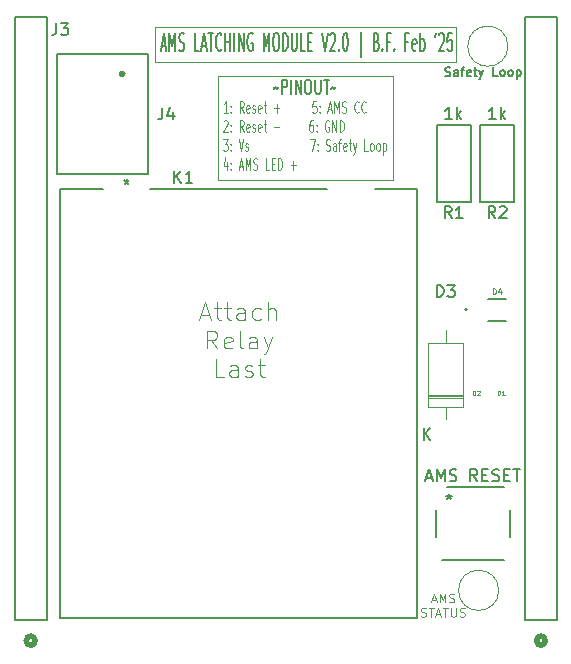
<source format=gbr>
%TF.GenerationSoftware,KiCad,Pcbnew,8.0.8*%
%TF.CreationDate,2025-02-03T20:55:48-05:00*%
%TF.ProjectId,AMS Latching Module V2.0,414d5320-4c61-4746-9368-696e67204d6f,rev?*%
%TF.SameCoordinates,Original*%
%TF.FileFunction,Legend,Top*%
%TF.FilePolarity,Positive*%
%FSLAX46Y46*%
G04 Gerber Fmt 4.6, Leading zero omitted, Abs format (unit mm)*
G04 Created by KiCad (PCBNEW 8.0.8) date 2025-02-03 20:55:48*
%MOMM*%
%LPD*%
G01*
G04 APERTURE LIST*
%ADD10C,0.100000*%
%ADD11C,0.187500*%
%ADD12C,0.150000*%
%ADD13C,0.098425*%
%ADD14C,0.125000*%
%ADD15C,0.170000*%
%ADD16C,0.120000*%
%ADD17C,0.152400*%
%ADD18C,0.508000*%
%ADD19C,0.200000*%
%ADD20C,0.400000*%
G04 APERTURE END LIST*
D10*
X61300000Y-50300000D02*
X86800000Y-50300000D01*
X86800000Y-53200000D01*
X61300000Y-53200000D01*
X61300000Y-50300000D01*
X66650000Y-54400000D02*
X81450000Y-54400000D01*
X81450000Y-63200000D01*
X66650000Y-63200000D01*
X66650000Y-54400000D01*
X84735714Y-98781270D02*
X85092857Y-98781270D01*
X84664285Y-98995556D02*
X84914285Y-98245556D01*
X84914285Y-98245556D02*
X85164285Y-98995556D01*
X85414285Y-98995556D02*
X85414285Y-98245556D01*
X85414285Y-98245556D02*
X85664285Y-98781270D01*
X85664285Y-98781270D02*
X85914285Y-98245556D01*
X85914285Y-98245556D02*
X85914285Y-98995556D01*
X86235714Y-98959842D02*
X86342857Y-98995556D01*
X86342857Y-98995556D02*
X86521428Y-98995556D01*
X86521428Y-98995556D02*
X86592857Y-98959842D01*
X86592857Y-98959842D02*
X86628571Y-98924127D01*
X86628571Y-98924127D02*
X86664285Y-98852699D01*
X86664285Y-98852699D02*
X86664285Y-98781270D01*
X86664285Y-98781270D02*
X86628571Y-98709842D01*
X86628571Y-98709842D02*
X86592857Y-98674127D01*
X86592857Y-98674127D02*
X86521428Y-98638413D01*
X86521428Y-98638413D02*
X86378571Y-98602699D01*
X86378571Y-98602699D02*
X86307142Y-98566984D01*
X86307142Y-98566984D02*
X86271428Y-98531270D01*
X86271428Y-98531270D02*
X86235714Y-98459842D01*
X86235714Y-98459842D02*
X86235714Y-98388413D01*
X86235714Y-98388413D02*
X86271428Y-98316984D01*
X86271428Y-98316984D02*
X86307142Y-98281270D01*
X86307142Y-98281270D02*
X86378571Y-98245556D01*
X86378571Y-98245556D02*
X86557142Y-98245556D01*
X86557142Y-98245556D02*
X86664285Y-98281270D01*
X83842857Y-100167300D02*
X83950000Y-100203014D01*
X83950000Y-100203014D02*
X84128571Y-100203014D01*
X84128571Y-100203014D02*
X84200000Y-100167300D01*
X84200000Y-100167300D02*
X84235714Y-100131585D01*
X84235714Y-100131585D02*
X84271428Y-100060157D01*
X84271428Y-100060157D02*
X84271428Y-99988728D01*
X84271428Y-99988728D02*
X84235714Y-99917300D01*
X84235714Y-99917300D02*
X84200000Y-99881585D01*
X84200000Y-99881585D02*
X84128571Y-99845871D01*
X84128571Y-99845871D02*
X83985714Y-99810157D01*
X83985714Y-99810157D02*
X83914285Y-99774442D01*
X83914285Y-99774442D02*
X83878571Y-99738728D01*
X83878571Y-99738728D02*
X83842857Y-99667300D01*
X83842857Y-99667300D02*
X83842857Y-99595871D01*
X83842857Y-99595871D02*
X83878571Y-99524442D01*
X83878571Y-99524442D02*
X83914285Y-99488728D01*
X83914285Y-99488728D02*
X83985714Y-99453014D01*
X83985714Y-99453014D02*
X84164285Y-99453014D01*
X84164285Y-99453014D02*
X84271428Y-99488728D01*
X84485714Y-99453014D02*
X84914286Y-99453014D01*
X84700000Y-100203014D02*
X84700000Y-99453014D01*
X85128572Y-99988728D02*
X85485715Y-99988728D01*
X85057143Y-100203014D02*
X85307143Y-99453014D01*
X85307143Y-99453014D02*
X85557143Y-100203014D01*
X85700000Y-99453014D02*
X86128572Y-99453014D01*
X85914286Y-100203014D02*
X85914286Y-99453014D01*
X86378572Y-99453014D02*
X86378572Y-100060157D01*
X86378572Y-100060157D02*
X86414286Y-100131585D01*
X86414286Y-100131585D02*
X86450001Y-100167300D01*
X86450001Y-100167300D02*
X86521429Y-100203014D01*
X86521429Y-100203014D02*
X86664286Y-100203014D01*
X86664286Y-100203014D02*
X86735715Y-100167300D01*
X86735715Y-100167300D02*
X86771429Y-100131585D01*
X86771429Y-100131585D02*
X86807143Y-100060157D01*
X86807143Y-100060157D02*
X86807143Y-99453014D01*
X87128572Y-100167300D02*
X87235715Y-100203014D01*
X87235715Y-100203014D02*
X87414286Y-100203014D01*
X87414286Y-100203014D02*
X87485715Y-100167300D01*
X87485715Y-100167300D02*
X87521429Y-100131585D01*
X87521429Y-100131585D02*
X87557143Y-100060157D01*
X87557143Y-100060157D02*
X87557143Y-99988728D01*
X87557143Y-99988728D02*
X87521429Y-99917300D01*
X87521429Y-99917300D02*
X87485715Y-99881585D01*
X87485715Y-99881585D02*
X87414286Y-99845871D01*
X87414286Y-99845871D02*
X87271429Y-99810157D01*
X87271429Y-99810157D02*
X87200000Y-99774442D01*
X87200000Y-99774442D02*
X87164286Y-99738728D01*
X87164286Y-99738728D02*
X87128572Y-99667300D01*
X87128572Y-99667300D02*
X87128572Y-99595871D01*
X87128572Y-99595871D02*
X87164286Y-99524442D01*
X87164286Y-99524442D02*
X87200000Y-99488728D01*
X87200000Y-99488728D02*
X87271429Y-99453014D01*
X87271429Y-99453014D02*
X87450000Y-99453014D01*
X87450000Y-99453014D02*
X87557143Y-99488728D01*
D11*
X61866212Y-51878107D02*
X62223355Y-51878107D01*
X61794783Y-52306678D02*
X62044783Y-50806678D01*
X62044783Y-50806678D02*
X62294783Y-52306678D01*
X62544783Y-52306678D02*
X62544783Y-50806678D01*
X62544783Y-50806678D02*
X62794783Y-51878107D01*
X62794783Y-51878107D02*
X63044783Y-50806678D01*
X63044783Y-50806678D02*
X63044783Y-52306678D01*
X63366212Y-52235250D02*
X63473355Y-52306678D01*
X63473355Y-52306678D02*
X63651926Y-52306678D01*
X63651926Y-52306678D02*
X63723355Y-52235250D01*
X63723355Y-52235250D02*
X63759069Y-52163821D01*
X63759069Y-52163821D02*
X63794783Y-52020964D01*
X63794783Y-52020964D02*
X63794783Y-51878107D01*
X63794783Y-51878107D02*
X63759069Y-51735250D01*
X63759069Y-51735250D02*
X63723355Y-51663821D01*
X63723355Y-51663821D02*
X63651926Y-51592392D01*
X63651926Y-51592392D02*
X63509069Y-51520964D01*
X63509069Y-51520964D02*
X63437640Y-51449535D01*
X63437640Y-51449535D02*
X63401926Y-51378107D01*
X63401926Y-51378107D02*
X63366212Y-51235250D01*
X63366212Y-51235250D02*
X63366212Y-51092392D01*
X63366212Y-51092392D02*
X63401926Y-50949535D01*
X63401926Y-50949535D02*
X63437640Y-50878107D01*
X63437640Y-50878107D02*
X63509069Y-50806678D01*
X63509069Y-50806678D02*
X63687640Y-50806678D01*
X63687640Y-50806678D02*
X63794783Y-50878107D01*
X65044784Y-52306678D02*
X64687641Y-52306678D01*
X64687641Y-52306678D02*
X64687641Y-50806678D01*
X65259070Y-51878107D02*
X65616213Y-51878107D01*
X65187641Y-52306678D02*
X65437641Y-50806678D01*
X65437641Y-50806678D02*
X65687641Y-52306678D01*
X65830498Y-50806678D02*
X66259070Y-50806678D01*
X66044784Y-52306678D02*
X66044784Y-50806678D01*
X66937641Y-52163821D02*
X66901927Y-52235250D01*
X66901927Y-52235250D02*
X66794784Y-52306678D01*
X66794784Y-52306678D02*
X66723356Y-52306678D01*
X66723356Y-52306678D02*
X66616213Y-52235250D01*
X66616213Y-52235250D02*
X66544784Y-52092392D01*
X66544784Y-52092392D02*
X66509070Y-51949535D01*
X66509070Y-51949535D02*
X66473356Y-51663821D01*
X66473356Y-51663821D02*
X66473356Y-51449535D01*
X66473356Y-51449535D02*
X66509070Y-51163821D01*
X66509070Y-51163821D02*
X66544784Y-51020964D01*
X66544784Y-51020964D02*
X66616213Y-50878107D01*
X66616213Y-50878107D02*
X66723356Y-50806678D01*
X66723356Y-50806678D02*
X66794784Y-50806678D01*
X66794784Y-50806678D02*
X66901927Y-50878107D01*
X66901927Y-50878107D02*
X66937641Y-50949535D01*
X67259070Y-52306678D02*
X67259070Y-50806678D01*
X67259070Y-51520964D02*
X67687641Y-51520964D01*
X67687641Y-52306678D02*
X67687641Y-50806678D01*
X68044784Y-52306678D02*
X68044784Y-50806678D01*
X68401927Y-52306678D02*
X68401927Y-50806678D01*
X68401927Y-50806678D02*
X68830498Y-52306678D01*
X68830498Y-52306678D02*
X68830498Y-50806678D01*
X69580498Y-50878107D02*
X69509070Y-50806678D01*
X69509070Y-50806678D02*
X69401927Y-50806678D01*
X69401927Y-50806678D02*
X69294784Y-50878107D01*
X69294784Y-50878107D02*
X69223355Y-51020964D01*
X69223355Y-51020964D02*
X69187641Y-51163821D01*
X69187641Y-51163821D02*
X69151927Y-51449535D01*
X69151927Y-51449535D02*
X69151927Y-51663821D01*
X69151927Y-51663821D02*
X69187641Y-51949535D01*
X69187641Y-51949535D02*
X69223355Y-52092392D01*
X69223355Y-52092392D02*
X69294784Y-52235250D01*
X69294784Y-52235250D02*
X69401927Y-52306678D01*
X69401927Y-52306678D02*
X69473355Y-52306678D01*
X69473355Y-52306678D02*
X69580498Y-52235250D01*
X69580498Y-52235250D02*
X69616212Y-52163821D01*
X69616212Y-52163821D02*
X69616212Y-51663821D01*
X69616212Y-51663821D02*
X69473355Y-51663821D01*
X70509070Y-52306678D02*
X70509070Y-50806678D01*
X70509070Y-50806678D02*
X70759070Y-51878107D01*
X70759070Y-51878107D02*
X71009070Y-50806678D01*
X71009070Y-50806678D02*
X71009070Y-52306678D01*
X71509070Y-50806678D02*
X71651927Y-50806678D01*
X71651927Y-50806678D02*
X71723356Y-50878107D01*
X71723356Y-50878107D02*
X71794784Y-51020964D01*
X71794784Y-51020964D02*
X71830499Y-51306678D01*
X71830499Y-51306678D02*
X71830499Y-51806678D01*
X71830499Y-51806678D02*
X71794784Y-52092392D01*
X71794784Y-52092392D02*
X71723356Y-52235250D01*
X71723356Y-52235250D02*
X71651927Y-52306678D01*
X71651927Y-52306678D02*
X71509070Y-52306678D01*
X71509070Y-52306678D02*
X71437642Y-52235250D01*
X71437642Y-52235250D02*
X71366213Y-52092392D01*
X71366213Y-52092392D02*
X71330499Y-51806678D01*
X71330499Y-51806678D02*
X71330499Y-51306678D01*
X71330499Y-51306678D02*
X71366213Y-51020964D01*
X71366213Y-51020964D02*
X71437642Y-50878107D01*
X71437642Y-50878107D02*
X71509070Y-50806678D01*
X72151927Y-52306678D02*
X72151927Y-50806678D01*
X72151927Y-50806678D02*
X72330498Y-50806678D01*
X72330498Y-50806678D02*
X72437641Y-50878107D01*
X72437641Y-50878107D02*
X72509070Y-51020964D01*
X72509070Y-51020964D02*
X72544784Y-51163821D01*
X72544784Y-51163821D02*
X72580498Y-51449535D01*
X72580498Y-51449535D02*
X72580498Y-51663821D01*
X72580498Y-51663821D02*
X72544784Y-51949535D01*
X72544784Y-51949535D02*
X72509070Y-52092392D01*
X72509070Y-52092392D02*
X72437641Y-52235250D01*
X72437641Y-52235250D02*
X72330498Y-52306678D01*
X72330498Y-52306678D02*
X72151927Y-52306678D01*
X72901927Y-50806678D02*
X72901927Y-52020964D01*
X72901927Y-52020964D02*
X72937641Y-52163821D01*
X72937641Y-52163821D02*
X72973356Y-52235250D01*
X72973356Y-52235250D02*
X73044784Y-52306678D01*
X73044784Y-52306678D02*
X73187641Y-52306678D01*
X73187641Y-52306678D02*
X73259070Y-52235250D01*
X73259070Y-52235250D02*
X73294784Y-52163821D01*
X73294784Y-52163821D02*
X73330498Y-52020964D01*
X73330498Y-52020964D02*
X73330498Y-50806678D01*
X74044784Y-52306678D02*
X73687641Y-52306678D01*
X73687641Y-52306678D02*
X73687641Y-50806678D01*
X74294784Y-51520964D02*
X74544784Y-51520964D01*
X74651927Y-52306678D02*
X74294784Y-52306678D01*
X74294784Y-52306678D02*
X74294784Y-50806678D01*
X74294784Y-50806678D02*
X74651927Y-50806678D01*
X75437641Y-50806678D02*
X75687641Y-52306678D01*
X75687641Y-52306678D02*
X75937641Y-50806678D01*
X76151927Y-50949535D02*
X76187641Y-50878107D01*
X76187641Y-50878107D02*
X76259070Y-50806678D01*
X76259070Y-50806678D02*
X76437641Y-50806678D01*
X76437641Y-50806678D02*
X76509070Y-50878107D01*
X76509070Y-50878107D02*
X76544784Y-50949535D01*
X76544784Y-50949535D02*
X76580498Y-51092392D01*
X76580498Y-51092392D02*
X76580498Y-51235250D01*
X76580498Y-51235250D02*
X76544784Y-51449535D01*
X76544784Y-51449535D02*
X76116212Y-52306678D01*
X76116212Y-52306678D02*
X76580498Y-52306678D01*
X76901927Y-52163821D02*
X76937641Y-52235250D01*
X76937641Y-52235250D02*
X76901927Y-52306678D01*
X76901927Y-52306678D02*
X76866213Y-52235250D01*
X76866213Y-52235250D02*
X76901927Y-52163821D01*
X76901927Y-52163821D02*
X76901927Y-52306678D01*
X77401927Y-50806678D02*
X77473356Y-50806678D01*
X77473356Y-50806678D02*
X77544784Y-50878107D01*
X77544784Y-50878107D02*
X77580499Y-50949535D01*
X77580499Y-50949535D02*
X77616213Y-51092392D01*
X77616213Y-51092392D02*
X77651927Y-51378107D01*
X77651927Y-51378107D02*
X77651927Y-51735250D01*
X77651927Y-51735250D02*
X77616213Y-52020964D01*
X77616213Y-52020964D02*
X77580499Y-52163821D01*
X77580499Y-52163821D02*
X77544784Y-52235250D01*
X77544784Y-52235250D02*
X77473356Y-52306678D01*
X77473356Y-52306678D02*
X77401927Y-52306678D01*
X77401927Y-52306678D02*
X77330499Y-52235250D01*
X77330499Y-52235250D02*
X77294784Y-52163821D01*
X77294784Y-52163821D02*
X77259070Y-52020964D01*
X77259070Y-52020964D02*
X77223356Y-51735250D01*
X77223356Y-51735250D02*
X77223356Y-51378107D01*
X77223356Y-51378107D02*
X77259070Y-51092392D01*
X77259070Y-51092392D02*
X77294784Y-50949535D01*
X77294784Y-50949535D02*
X77330499Y-50878107D01*
X77330499Y-50878107D02*
X77401927Y-50806678D01*
X78723356Y-52806678D02*
X78723356Y-50663821D01*
X80080500Y-51520964D02*
X80187643Y-51592392D01*
X80187643Y-51592392D02*
X80223357Y-51663821D01*
X80223357Y-51663821D02*
X80259071Y-51806678D01*
X80259071Y-51806678D02*
X80259071Y-52020964D01*
X80259071Y-52020964D02*
X80223357Y-52163821D01*
X80223357Y-52163821D02*
X80187643Y-52235250D01*
X80187643Y-52235250D02*
X80116214Y-52306678D01*
X80116214Y-52306678D02*
X79830500Y-52306678D01*
X79830500Y-52306678D02*
X79830500Y-50806678D01*
X79830500Y-50806678D02*
X80080500Y-50806678D01*
X80080500Y-50806678D02*
X80151929Y-50878107D01*
X80151929Y-50878107D02*
X80187643Y-50949535D01*
X80187643Y-50949535D02*
X80223357Y-51092392D01*
X80223357Y-51092392D02*
X80223357Y-51235250D01*
X80223357Y-51235250D02*
X80187643Y-51378107D01*
X80187643Y-51378107D02*
X80151929Y-51449535D01*
X80151929Y-51449535D02*
X80080500Y-51520964D01*
X80080500Y-51520964D02*
X79830500Y-51520964D01*
X80580500Y-52163821D02*
X80616214Y-52235250D01*
X80616214Y-52235250D02*
X80580500Y-52306678D01*
X80580500Y-52306678D02*
X80544786Y-52235250D01*
X80544786Y-52235250D02*
X80580500Y-52163821D01*
X80580500Y-52163821D02*
X80580500Y-52306678D01*
X81187643Y-51520964D02*
X80937643Y-51520964D01*
X80937643Y-52306678D02*
X80937643Y-50806678D01*
X80937643Y-50806678D02*
X81294786Y-50806678D01*
X81580500Y-52163821D02*
X81616214Y-52235250D01*
X81616214Y-52235250D02*
X81580500Y-52306678D01*
X81580500Y-52306678D02*
X81544786Y-52235250D01*
X81544786Y-52235250D02*
X81580500Y-52163821D01*
X81580500Y-52163821D02*
X81580500Y-52306678D01*
X82759072Y-51520964D02*
X82509072Y-51520964D01*
X82509072Y-52306678D02*
X82509072Y-50806678D01*
X82509072Y-50806678D02*
X82866215Y-50806678D01*
X83437643Y-52235250D02*
X83366215Y-52306678D01*
X83366215Y-52306678D02*
X83223358Y-52306678D01*
X83223358Y-52306678D02*
X83151929Y-52235250D01*
X83151929Y-52235250D02*
X83116215Y-52092392D01*
X83116215Y-52092392D02*
X83116215Y-51520964D01*
X83116215Y-51520964D02*
X83151929Y-51378107D01*
X83151929Y-51378107D02*
X83223358Y-51306678D01*
X83223358Y-51306678D02*
X83366215Y-51306678D01*
X83366215Y-51306678D02*
X83437643Y-51378107D01*
X83437643Y-51378107D02*
X83473358Y-51520964D01*
X83473358Y-51520964D02*
X83473358Y-51663821D01*
X83473358Y-51663821D02*
X83116215Y-51806678D01*
X83794786Y-52306678D02*
X83794786Y-50806678D01*
X83794786Y-51378107D02*
X83866215Y-51306678D01*
X83866215Y-51306678D02*
X84009072Y-51306678D01*
X84009072Y-51306678D02*
X84080500Y-51378107D01*
X84080500Y-51378107D02*
X84116215Y-51449535D01*
X84116215Y-51449535D02*
X84151929Y-51592392D01*
X84151929Y-51592392D02*
X84151929Y-52020964D01*
X84151929Y-52020964D02*
X84116215Y-52163821D01*
X84116215Y-52163821D02*
X84080500Y-52235250D01*
X84080500Y-52235250D02*
X84009072Y-52306678D01*
X84009072Y-52306678D02*
X83866215Y-52306678D01*
X83866215Y-52306678D02*
X83794786Y-52235250D01*
X85080500Y-50806678D02*
X85009072Y-51092392D01*
X85366215Y-50949535D02*
X85401929Y-50878107D01*
X85401929Y-50878107D02*
X85473358Y-50806678D01*
X85473358Y-50806678D02*
X85651929Y-50806678D01*
X85651929Y-50806678D02*
X85723358Y-50878107D01*
X85723358Y-50878107D02*
X85759072Y-50949535D01*
X85759072Y-50949535D02*
X85794786Y-51092392D01*
X85794786Y-51092392D02*
X85794786Y-51235250D01*
X85794786Y-51235250D02*
X85759072Y-51449535D01*
X85759072Y-51449535D02*
X85330500Y-52306678D01*
X85330500Y-52306678D02*
X85794786Y-52306678D01*
X86473358Y-50806678D02*
X86116215Y-50806678D01*
X86116215Y-50806678D02*
X86080501Y-51520964D01*
X86080501Y-51520964D02*
X86116215Y-51449535D01*
X86116215Y-51449535D02*
X86187644Y-51378107D01*
X86187644Y-51378107D02*
X86366215Y-51378107D01*
X86366215Y-51378107D02*
X86437644Y-51449535D01*
X86437644Y-51449535D02*
X86473358Y-51520964D01*
X86473358Y-51520964D02*
X86509072Y-51663821D01*
X86509072Y-51663821D02*
X86509072Y-52020964D01*
X86509072Y-52020964D02*
X86473358Y-52163821D01*
X86473358Y-52163821D02*
X86437644Y-52235250D01*
X86437644Y-52235250D02*
X86366215Y-52306678D01*
X86366215Y-52306678D02*
X86187644Y-52306678D01*
X86187644Y-52306678D02*
X86116215Y-52235250D01*
X86116215Y-52235250D02*
X86080501Y-52163821D01*
D12*
X90160588Y-58069819D02*
X89589160Y-58069819D01*
X89874874Y-58069819D02*
X89874874Y-57069819D01*
X89874874Y-57069819D02*
X89779636Y-57212676D01*
X89779636Y-57212676D02*
X89684398Y-57307914D01*
X89684398Y-57307914D02*
X89589160Y-57355533D01*
X90589160Y-58069819D02*
X90589160Y-57069819D01*
X90684398Y-57688866D02*
X90970112Y-58069819D01*
X90970112Y-57403152D02*
X90589160Y-57784104D01*
X71356065Y-55488200D02*
X71394160Y-55431057D01*
X71394160Y-55431057D02*
X71470351Y-55373914D01*
X71470351Y-55373914D02*
X71622732Y-55488200D01*
X71622732Y-55488200D02*
X71698922Y-55431057D01*
X71698922Y-55431057D02*
X71737017Y-55373914D01*
X72041780Y-55945342D02*
X72041780Y-54745342D01*
X72041780Y-54745342D02*
X72346542Y-54745342D01*
X72346542Y-54745342D02*
X72422732Y-54802485D01*
X72422732Y-54802485D02*
X72460827Y-54859628D01*
X72460827Y-54859628D02*
X72498923Y-54973914D01*
X72498923Y-54973914D02*
X72498923Y-55145342D01*
X72498923Y-55145342D02*
X72460827Y-55259628D01*
X72460827Y-55259628D02*
X72422732Y-55316771D01*
X72422732Y-55316771D02*
X72346542Y-55373914D01*
X72346542Y-55373914D02*
X72041780Y-55373914D01*
X72841780Y-55945342D02*
X72841780Y-54745342D01*
X73222732Y-55945342D02*
X73222732Y-54745342D01*
X73222732Y-54745342D02*
X73679875Y-55945342D01*
X73679875Y-55945342D02*
X73679875Y-54745342D01*
X74213208Y-54745342D02*
X74365589Y-54745342D01*
X74365589Y-54745342D02*
X74441779Y-54802485D01*
X74441779Y-54802485D02*
X74517970Y-54916771D01*
X74517970Y-54916771D02*
X74556065Y-55145342D01*
X74556065Y-55145342D02*
X74556065Y-55545342D01*
X74556065Y-55545342D02*
X74517970Y-55773914D01*
X74517970Y-55773914D02*
X74441779Y-55888200D01*
X74441779Y-55888200D02*
X74365589Y-55945342D01*
X74365589Y-55945342D02*
X74213208Y-55945342D01*
X74213208Y-55945342D02*
X74137017Y-55888200D01*
X74137017Y-55888200D02*
X74060827Y-55773914D01*
X74060827Y-55773914D02*
X74022731Y-55545342D01*
X74022731Y-55545342D02*
X74022731Y-55145342D01*
X74022731Y-55145342D02*
X74060827Y-54916771D01*
X74060827Y-54916771D02*
X74137017Y-54802485D01*
X74137017Y-54802485D02*
X74213208Y-54745342D01*
X74898922Y-54745342D02*
X74898922Y-55716771D01*
X74898922Y-55716771D02*
X74937017Y-55831057D01*
X74937017Y-55831057D02*
X74975112Y-55888200D01*
X74975112Y-55888200D02*
X75051303Y-55945342D01*
X75051303Y-55945342D02*
X75203684Y-55945342D01*
X75203684Y-55945342D02*
X75279874Y-55888200D01*
X75279874Y-55888200D02*
X75317969Y-55831057D01*
X75317969Y-55831057D02*
X75356065Y-55716771D01*
X75356065Y-55716771D02*
X75356065Y-54745342D01*
X75622731Y-54745342D02*
X76079874Y-54745342D01*
X75851302Y-55945342D02*
X75851302Y-54745342D01*
X76232255Y-55488200D02*
X76270350Y-55431057D01*
X76270350Y-55431057D02*
X76346541Y-55373914D01*
X76346541Y-55373914D02*
X76498922Y-55488200D01*
X76498922Y-55488200D02*
X76575112Y-55431057D01*
X76575112Y-55431057D02*
X76613207Y-55373914D01*
D10*
X65205713Y-74652825D02*
X65919999Y-74652825D01*
X65062856Y-75081396D02*
X65562856Y-73581396D01*
X65562856Y-73581396D02*
X66062856Y-75081396D01*
X66348570Y-74081396D02*
X66919998Y-74081396D01*
X66562855Y-73581396D02*
X66562855Y-74867110D01*
X66562855Y-74867110D02*
X66634284Y-75009968D01*
X66634284Y-75009968D02*
X66777141Y-75081396D01*
X66777141Y-75081396D02*
X66919998Y-75081396D01*
X67205713Y-74081396D02*
X67777141Y-74081396D01*
X67419998Y-73581396D02*
X67419998Y-74867110D01*
X67419998Y-74867110D02*
X67491427Y-75009968D01*
X67491427Y-75009968D02*
X67634284Y-75081396D01*
X67634284Y-75081396D02*
X67777141Y-75081396D01*
X68919999Y-75081396D02*
X68919999Y-74295682D01*
X68919999Y-74295682D02*
X68848570Y-74152825D01*
X68848570Y-74152825D02*
X68705713Y-74081396D01*
X68705713Y-74081396D02*
X68419999Y-74081396D01*
X68419999Y-74081396D02*
X68277141Y-74152825D01*
X68919999Y-75009968D02*
X68777141Y-75081396D01*
X68777141Y-75081396D02*
X68419999Y-75081396D01*
X68419999Y-75081396D02*
X68277141Y-75009968D01*
X68277141Y-75009968D02*
X68205713Y-74867110D01*
X68205713Y-74867110D02*
X68205713Y-74724253D01*
X68205713Y-74724253D02*
X68277141Y-74581396D01*
X68277141Y-74581396D02*
X68419999Y-74509968D01*
X68419999Y-74509968D02*
X68777141Y-74509968D01*
X68777141Y-74509968D02*
X68919999Y-74438539D01*
X70277142Y-75009968D02*
X70134284Y-75081396D01*
X70134284Y-75081396D02*
X69848570Y-75081396D01*
X69848570Y-75081396D02*
X69705713Y-75009968D01*
X69705713Y-75009968D02*
X69634284Y-74938539D01*
X69634284Y-74938539D02*
X69562856Y-74795682D01*
X69562856Y-74795682D02*
X69562856Y-74367110D01*
X69562856Y-74367110D02*
X69634284Y-74224253D01*
X69634284Y-74224253D02*
X69705713Y-74152825D01*
X69705713Y-74152825D02*
X69848570Y-74081396D01*
X69848570Y-74081396D02*
X70134284Y-74081396D01*
X70134284Y-74081396D02*
X70277142Y-74152825D01*
X70919998Y-75081396D02*
X70919998Y-73581396D01*
X71562856Y-75081396D02*
X71562856Y-74295682D01*
X71562856Y-74295682D02*
X71491427Y-74152825D01*
X71491427Y-74152825D02*
X71348570Y-74081396D01*
X71348570Y-74081396D02*
X71134284Y-74081396D01*
X71134284Y-74081396D02*
X70991427Y-74152825D01*
X70991427Y-74152825D02*
X70919998Y-74224253D01*
X66598570Y-77496312D02*
X66098570Y-76782026D01*
X65741427Y-77496312D02*
X65741427Y-75996312D01*
X65741427Y-75996312D02*
X66312856Y-75996312D01*
X66312856Y-75996312D02*
X66455713Y-76067741D01*
X66455713Y-76067741D02*
X66527142Y-76139169D01*
X66527142Y-76139169D02*
X66598570Y-76282026D01*
X66598570Y-76282026D02*
X66598570Y-76496312D01*
X66598570Y-76496312D02*
X66527142Y-76639169D01*
X66527142Y-76639169D02*
X66455713Y-76710598D01*
X66455713Y-76710598D02*
X66312856Y-76782026D01*
X66312856Y-76782026D02*
X65741427Y-76782026D01*
X67812856Y-77424884D02*
X67669999Y-77496312D01*
X67669999Y-77496312D02*
X67384285Y-77496312D01*
X67384285Y-77496312D02*
X67241427Y-77424884D01*
X67241427Y-77424884D02*
X67169999Y-77282026D01*
X67169999Y-77282026D02*
X67169999Y-76710598D01*
X67169999Y-76710598D02*
X67241427Y-76567741D01*
X67241427Y-76567741D02*
X67384285Y-76496312D01*
X67384285Y-76496312D02*
X67669999Y-76496312D01*
X67669999Y-76496312D02*
X67812856Y-76567741D01*
X67812856Y-76567741D02*
X67884285Y-76710598D01*
X67884285Y-76710598D02*
X67884285Y-76853455D01*
X67884285Y-76853455D02*
X67169999Y-76996312D01*
X68741427Y-77496312D02*
X68598570Y-77424884D01*
X68598570Y-77424884D02*
X68527141Y-77282026D01*
X68527141Y-77282026D02*
X68527141Y-75996312D01*
X69955713Y-77496312D02*
X69955713Y-76710598D01*
X69955713Y-76710598D02*
X69884284Y-76567741D01*
X69884284Y-76567741D02*
X69741427Y-76496312D01*
X69741427Y-76496312D02*
X69455713Y-76496312D01*
X69455713Y-76496312D02*
X69312855Y-76567741D01*
X69955713Y-77424884D02*
X69812855Y-77496312D01*
X69812855Y-77496312D02*
X69455713Y-77496312D01*
X69455713Y-77496312D02*
X69312855Y-77424884D01*
X69312855Y-77424884D02*
X69241427Y-77282026D01*
X69241427Y-77282026D02*
X69241427Y-77139169D01*
X69241427Y-77139169D02*
X69312855Y-76996312D01*
X69312855Y-76996312D02*
X69455713Y-76924884D01*
X69455713Y-76924884D02*
X69812855Y-76924884D01*
X69812855Y-76924884D02*
X69955713Y-76853455D01*
X70527141Y-76496312D02*
X70884284Y-77496312D01*
X71241427Y-76496312D02*
X70884284Y-77496312D01*
X70884284Y-77496312D02*
X70741427Y-77853455D01*
X70741427Y-77853455D02*
X70669998Y-77924884D01*
X70669998Y-77924884D02*
X70527141Y-77996312D01*
X67169998Y-79911228D02*
X66455712Y-79911228D01*
X66455712Y-79911228D02*
X66455712Y-78411228D01*
X68312856Y-79911228D02*
X68312856Y-79125514D01*
X68312856Y-79125514D02*
X68241427Y-78982657D01*
X68241427Y-78982657D02*
X68098570Y-78911228D01*
X68098570Y-78911228D02*
X67812856Y-78911228D01*
X67812856Y-78911228D02*
X67669998Y-78982657D01*
X68312856Y-79839800D02*
X68169998Y-79911228D01*
X68169998Y-79911228D02*
X67812856Y-79911228D01*
X67812856Y-79911228D02*
X67669998Y-79839800D01*
X67669998Y-79839800D02*
X67598570Y-79696942D01*
X67598570Y-79696942D02*
X67598570Y-79554085D01*
X67598570Y-79554085D02*
X67669998Y-79411228D01*
X67669998Y-79411228D02*
X67812856Y-79339800D01*
X67812856Y-79339800D02*
X68169998Y-79339800D01*
X68169998Y-79339800D02*
X68312856Y-79268371D01*
X68955713Y-79839800D02*
X69098570Y-79911228D01*
X69098570Y-79911228D02*
X69384284Y-79911228D01*
X69384284Y-79911228D02*
X69527141Y-79839800D01*
X69527141Y-79839800D02*
X69598570Y-79696942D01*
X69598570Y-79696942D02*
X69598570Y-79625514D01*
X69598570Y-79625514D02*
X69527141Y-79482657D01*
X69527141Y-79482657D02*
X69384284Y-79411228D01*
X69384284Y-79411228D02*
X69169999Y-79411228D01*
X69169999Y-79411228D02*
X69027141Y-79339800D01*
X69027141Y-79339800D02*
X68955713Y-79196942D01*
X68955713Y-79196942D02*
X68955713Y-79125514D01*
X68955713Y-79125514D02*
X69027141Y-78982657D01*
X69027141Y-78982657D02*
X69169999Y-78911228D01*
X69169999Y-78911228D02*
X69384284Y-78911228D01*
X69384284Y-78911228D02*
X69527141Y-78982657D01*
X70027142Y-78911228D02*
X70598570Y-78911228D01*
X70241427Y-78411228D02*
X70241427Y-79696942D01*
X70241427Y-79696942D02*
X70312856Y-79839800D01*
X70312856Y-79839800D02*
X70455713Y-79911228D01*
X70455713Y-79911228D02*
X70598570Y-79911228D01*
X67482930Y-57542587D02*
X67140073Y-57542587D01*
X67311502Y-57542587D02*
X67311502Y-56542587D01*
X67311502Y-56542587D02*
X67254359Y-56685444D01*
X67254359Y-56685444D02*
X67197216Y-56780682D01*
X67197216Y-56780682D02*
X67140073Y-56828301D01*
X67740074Y-57447348D02*
X67768645Y-57494968D01*
X67768645Y-57494968D02*
X67740074Y-57542587D01*
X67740074Y-57542587D02*
X67711502Y-57494968D01*
X67711502Y-57494968D02*
X67740074Y-57447348D01*
X67740074Y-57447348D02*
X67740074Y-57542587D01*
X67740074Y-56923539D02*
X67768645Y-56971158D01*
X67768645Y-56971158D02*
X67740074Y-57018777D01*
X67740074Y-57018777D02*
X67711502Y-56971158D01*
X67711502Y-56971158D02*
X67740074Y-56923539D01*
X67740074Y-56923539D02*
X67740074Y-57018777D01*
X68825788Y-57542587D02*
X68625788Y-57066396D01*
X68482931Y-57542587D02*
X68482931Y-56542587D01*
X68482931Y-56542587D02*
X68711502Y-56542587D01*
X68711502Y-56542587D02*
X68768645Y-56590206D01*
X68768645Y-56590206D02*
X68797216Y-56637825D01*
X68797216Y-56637825D02*
X68825788Y-56733063D01*
X68825788Y-56733063D02*
X68825788Y-56875920D01*
X68825788Y-56875920D02*
X68797216Y-56971158D01*
X68797216Y-56971158D02*
X68768645Y-57018777D01*
X68768645Y-57018777D02*
X68711502Y-57066396D01*
X68711502Y-57066396D02*
X68482931Y-57066396D01*
X69311502Y-57494968D02*
X69254359Y-57542587D01*
X69254359Y-57542587D02*
X69140074Y-57542587D01*
X69140074Y-57542587D02*
X69082931Y-57494968D01*
X69082931Y-57494968D02*
X69054359Y-57399729D01*
X69054359Y-57399729D02*
X69054359Y-57018777D01*
X69054359Y-57018777D02*
X69082931Y-56923539D01*
X69082931Y-56923539D02*
X69140074Y-56875920D01*
X69140074Y-56875920D02*
X69254359Y-56875920D01*
X69254359Y-56875920D02*
X69311502Y-56923539D01*
X69311502Y-56923539D02*
X69340074Y-57018777D01*
X69340074Y-57018777D02*
X69340074Y-57114015D01*
X69340074Y-57114015D02*
X69054359Y-57209253D01*
X69568645Y-57494968D02*
X69625788Y-57542587D01*
X69625788Y-57542587D02*
X69740074Y-57542587D01*
X69740074Y-57542587D02*
X69797217Y-57494968D01*
X69797217Y-57494968D02*
X69825788Y-57399729D01*
X69825788Y-57399729D02*
X69825788Y-57352110D01*
X69825788Y-57352110D02*
X69797217Y-57256872D01*
X69797217Y-57256872D02*
X69740074Y-57209253D01*
X69740074Y-57209253D02*
X69654360Y-57209253D01*
X69654360Y-57209253D02*
X69597217Y-57161634D01*
X69597217Y-57161634D02*
X69568645Y-57066396D01*
X69568645Y-57066396D02*
X69568645Y-57018777D01*
X69568645Y-57018777D02*
X69597217Y-56923539D01*
X69597217Y-56923539D02*
X69654360Y-56875920D01*
X69654360Y-56875920D02*
X69740074Y-56875920D01*
X69740074Y-56875920D02*
X69797217Y-56923539D01*
X70311502Y-57494968D02*
X70254359Y-57542587D01*
X70254359Y-57542587D02*
X70140074Y-57542587D01*
X70140074Y-57542587D02*
X70082931Y-57494968D01*
X70082931Y-57494968D02*
X70054359Y-57399729D01*
X70054359Y-57399729D02*
X70054359Y-57018777D01*
X70054359Y-57018777D02*
X70082931Y-56923539D01*
X70082931Y-56923539D02*
X70140074Y-56875920D01*
X70140074Y-56875920D02*
X70254359Y-56875920D01*
X70254359Y-56875920D02*
X70311502Y-56923539D01*
X70311502Y-56923539D02*
X70340074Y-57018777D01*
X70340074Y-57018777D02*
X70340074Y-57114015D01*
X70340074Y-57114015D02*
X70054359Y-57209253D01*
X70511502Y-56875920D02*
X70740074Y-56875920D01*
X70597217Y-56542587D02*
X70597217Y-57399729D01*
X70597217Y-57399729D02*
X70625788Y-57494968D01*
X70625788Y-57494968D02*
X70682931Y-57542587D01*
X70682931Y-57542587D02*
X70740074Y-57542587D01*
X71397217Y-57161634D02*
X71854360Y-57161634D01*
X71625788Y-57542587D02*
X71625788Y-56780682D01*
X74968644Y-56542587D02*
X74682930Y-56542587D01*
X74682930Y-56542587D02*
X74654358Y-57018777D01*
X74654358Y-57018777D02*
X74682930Y-56971158D01*
X74682930Y-56971158D02*
X74740073Y-56923539D01*
X74740073Y-56923539D02*
X74882930Y-56923539D01*
X74882930Y-56923539D02*
X74940073Y-56971158D01*
X74940073Y-56971158D02*
X74968644Y-57018777D01*
X74968644Y-57018777D02*
X74997215Y-57114015D01*
X74997215Y-57114015D02*
X74997215Y-57352110D01*
X74997215Y-57352110D02*
X74968644Y-57447348D01*
X74968644Y-57447348D02*
X74940073Y-57494968D01*
X74940073Y-57494968D02*
X74882930Y-57542587D01*
X74882930Y-57542587D02*
X74740073Y-57542587D01*
X74740073Y-57542587D02*
X74682930Y-57494968D01*
X74682930Y-57494968D02*
X74654358Y-57447348D01*
X75254359Y-57447348D02*
X75282930Y-57494968D01*
X75282930Y-57494968D02*
X75254359Y-57542587D01*
X75254359Y-57542587D02*
X75225787Y-57494968D01*
X75225787Y-57494968D02*
X75254359Y-57447348D01*
X75254359Y-57447348D02*
X75254359Y-57542587D01*
X75254359Y-56923539D02*
X75282930Y-56971158D01*
X75282930Y-56971158D02*
X75254359Y-57018777D01*
X75254359Y-57018777D02*
X75225787Y-56971158D01*
X75225787Y-56971158D02*
X75254359Y-56923539D01*
X75254359Y-56923539D02*
X75254359Y-57018777D01*
X75968644Y-57256872D02*
X76254359Y-57256872D01*
X75911501Y-57542587D02*
X76111501Y-56542587D01*
X76111501Y-56542587D02*
X76311501Y-57542587D01*
X76511502Y-57542587D02*
X76511502Y-56542587D01*
X76511502Y-56542587D02*
X76711502Y-57256872D01*
X76711502Y-57256872D02*
X76911502Y-56542587D01*
X76911502Y-56542587D02*
X76911502Y-57542587D01*
X77168644Y-57494968D02*
X77254359Y-57542587D01*
X77254359Y-57542587D02*
X77397216Y-57542587D01*
X77397216Y-57542587D02*
X77454359Y-57494968D01*
X77454359Y-57494968D02*
X77482930Y-57447348D01*
X77482930Y-57447348D02*
X77511501Y-57352110D01*
X77511501Y-57352110D02*
X77511501Y-57256872D01*
X77511501Y-57256872D02*
X77482930Y-57161634D01*
X77482930Y-57161634D02*
X77454359Y-57114015D01*
X77454359Y-57114015D02*
X77397216Y-57066396D01*
X77397216Y-57066396D02*
X77282930Y-57018777D01*
X77282930Y-57018777D02*
X77225787Y-56971158D01*
X77225787Y-56971158D02*
X77197216Y-56923539D01*
X77197216Y-56923539D02*
X77168644Y-56828301D01*
X77168644Y-56828301D02*
X77168644Y-56733063D01*
X77168644Y-56733063D02*
X77197216Y-56637825D01*
X77197216Y-56637825D02*
X77225787Y-56590206D01*
X77225787Y-56590206D02*
X77282930Y-56542587D01*
X77282930Y-56542587D02*
X77425787Y-56542587D01*
X77425787Y-56542587D02*
X77511501Y-56590206D01*
X78568645Y-57447348D02*
X78540073Y-57494968D01*
X78540073Y-57494968D02*
X78454359Y-57542587D01*
X78454359Y-57542587D02*
X78397216Y-57542587D01*
X78397216Y-57542587D02*
X78311502Y-57494968D01*
X78311502Y-57494968D02*
X78254359Y-57399729D01*
X78254359Y-57399729D02*
X78225788Y-57304491D01*
X78225788Y-57304491D02*
X78197216Y-57114015D01*
X78197216Y-57114015D02*
X78197216Y-56971158D01*
X78197216Y-56971158D02*
X78225788Y-56780682D01*
X78225788Y-56780682D02*
X78254359Y-56685444D01*
X78254359Y-56685444D02*
X78311502Y-56590206D01*
X78311502Y-56590206D02*
X78397216Y-56542587D01*
X78397216Y-56542587D02*
X78454359Y-56542587D01*
X78454359Y-56542587D02*
X78540073Y-56590206D01*
X78540073Y-56590206D02*
X78568645Y-56637825D01*
X79168645Y-57447348D02*
X79140073Y-57494968D01*
X79140073Y-57494968D02*
X79054359Y-57542587D01*
X79054359Y-57542587D02*
X78997216Y-57542587D01*
X78997216Y-57542587D02*
X78911502Y-57494968D01*
X78911502Y-57494968D02*
X78854359Y-57399729D01*
X78854359Y-57399729D02*
X78825788Y-57304491D01*
X78825788Y-57304491D02*
X78797216Y-57114015D01*
X78797216Y-57114015D02*
X78797216Y-56971158D01*
X78797216Y-56971158D02*
X78825788Y-56780682D01*
X78825788Y-56780682D02*
X78854359Y-56685444D01*
X78854359Y-56685444D02*
X78911502Y-56590206D01*
X78911502Y-56590206D02*
X78997216Y-56542587D01*
X78997216Y-56542587D02*
X79054359Y-56542587D01*
X79054359Y-56542587D02*
X79140073Y-56590206D01*
X79140073Y-56590206D02*
X79168645Y-56637825D01*
X67140073Y-58247769D02*
X67168645Y-58200150D01*
X67168645Y-58200150D02*
X67225788Y-58152531D01*
X67225788Y-58152531D02*
X67368645Y-58152531D01*
X67368645Y-58152531D02*
X67425788Y-58200150D01*
X67425788Y-58200150D02*
X67454359Y-58247769D01*
X67454359Y-58247769D02*
X67482930Y-58343007D01*
X67482930Y-58343007D02*
X67482930Y-58438245D01*
X67482930Y-58438245D02*
X67454359Y-58581102D01*
X67454359Y-58581102D02*
X67111502Y-59152531D01*
X67111502Y-59152531D02*
X67482930Y-59152531D01*
X67740074Y-59057292D02*
X67768645Y-59104912D01*
X67768645Y-59104912D02*
X67740074Y-59152531D01*
X67740074Y-59152531D02*
X67711502Y-59104912D01*
X67711502Y-59104912D02*
X67740074Y-59057292D01*
X67740074Y-59057292D02*
X67740074Y-59152531D01*
X67740074Y-58533483D02*
X67768645Y-58581102D01*
X67768645Y-58581102D02*
X67740074Y-58628721D01*
X67740074Y-58628721D02*
X67711502Y-58581102D01*
X67711502Y-58581102D02*
X67740074Y-58533483D01*
X67740074Y-58533483D02*
X67740074Y-58628721D01*
X68825788Y-59152531D02*
X68625788Y-58676340D01*
X68482931Y-59152531D02*
X68482931Y-58152531D01*
X68482931Y-58152531D02*
X68711502Y-58152531D01*
X68711502Y-58152531D02*
X68768645Y-58200150D01*
X68768645Y-58200150D02*
X68797216Y-58247769D01*
X68797216Y-58247769D02*
X68825788Y-58343007D01*
X68825788Y-58343007D02*
X68825788Y-58485864D01*
X68825788Y-58485864D02*
X68797216Y-58581102D01*
X68797216Y-58581102D02*
X68768645Y-58628721D01*
X68768645Y-58628721D02*
X68711502Y-58676340D01*
X68711502Y-58676340D02*
X68482931Y-58676340D01*
X69311502Y-59104912D02*
X69254359Y-59152531D01*
X69254359Y-59152531D02*
X69140074Y-59152531D01*
X69140074Y-59152531D02*
X69082931Y-59104912D01*
X69082931Y-59104912D02*
X69054359Y-59009673D01*
X69054359Y-59009673D02*
X69054359Y-58628721D01*
X69054359Y-58628721D02*
X69082931Y-58533483D01*
X69082931Y-58533483D02*
X69140074Y-58485864D01*
X69140074Y-58485864D02*
X69254359Y-58485864D01*
X69254359Y-58485864D02*
X69311502Y-58533483D01*
X69311502Y-58533483D02*
X69340074Y-58628721D01*
X69340074Y-58628721D02*
X69340074Y-58723959D01*
X69340074Y-58723959D02*
X69054359Y-58819197D01*
X69568645Y-59104912D02*
X69625788Y-59152531D01*
X69625788Y-59152531D02*
X69740074Y-59152531D01*
X69740074Y-59152531D02*
X69797217Y-59104912D01*
X69797217Y-59104912D02*
X69825788Y-59009673D01*
X69825788Y-59009673D02*
X69825788Y-58962054D01*
X69825788Y-58962054D02*
X69797217Y-58866816D01*
X69797217Y-58866816D02*
X69740074Y-58819197D01*
X69740074Y-58819197D02*
X69654360Y-58819197D01*
X69654360Y-58819197D02*
X69597217Y-58771578D01*
X69597217Y-58771578D02*
X69568645Y-58676340D01*
X69568645Y-58676340D02*
X69568645Y-58628721D01*
X69568645Y-58628721D02*
X69597217Y-58533483D01*
X69597217Y-58533483D02*
X69654360Y-58485864D01*
X69654360Y-58485864D02*
X69740074Y-58485864D01*
X69740074Y-58485864D02*
X69797217Y-58533483D01*
X70311502Y-59104912D02*
X70254359Y-59152531D01*
X70254359Y-59152531D02*
X70140074Y-59152531D01*
X70140074Y-59152531D02*
X70082931Y-59104912D01*
X70082931Y-59104912D02*
X70054359Y-59009673D01*
X70054359Y-59009673D02*
X70054359Y-58628721D01*
X70054359Y-58628721D02*
X70082931Y-58533483D01*
X70082931Y-58533483D02*
X70140074Y-58485864D01*
X70140074Y-58485864D02*
X70254359Y-58485864D01*
X70254359Y-58485864D02*
X70311502Y-58533483D01*
X70311502Y-58533483D02*
X70340074Y-58628721D01*
X70340074Y-58628721D02*
X70340074Y-58723959D01*
X70340074Y-58723959D02*
X70054359Y-58819197D01*
X70511502Y-58485864D02*
X70740074Y-58485864D01*
X70597217Y-58152531D02*
X70597217Y-59009673D01*
X70597217Y-59009673D02*
X70625788Y-59104912D01*
X70625788Y-59104912D02*
X70682931Y-59152531D01*
X70682931Y-59152531D02*
X70740074Y-59152531D01*
X71397217Y-58771578D02*
X71854360Y-58771578D01*
X74682932Y-58152531D02*
X74568646Y-58152531D01*
X74568646Y-58152531D02*
X74511503Y-58200150D01*
X74511503Y-58200150D02*
X74482932Y-58247769D01*
X74482932Y-58247769D02*
X74425789Y-58390626D01*
X74425789Y-58390626D02*
X74397217Y-58581102D01*
X74397217Y-58581102D02*
X74397217Y-58962054D01*
X74397217Y-58962054D02*
X74425789Y-59057292D01*
X74425789Y-59057292D02*
X74454360Y-59104912D01*
X74454360Y-59104912D02*
X74511503Y-59152531D01*
X74511503Y-59152531D02*
X74625789Y-59152531D01*
X74625789Y-59152531D02*
X74682932Y-59104912D01*
X74682932Y-59104912D02*
X74711503Y-59057292D01*
X74711503Y-59057292D02*
X74740074Y-58962054D01*
X74740074Y-58962054D02*
X74740074Y-58723959D01*
X74740074Y-58723959D02*
X74711503Y-58628721D01*
X74711503Y-58628721D02*
X74682932Y-58581102D01*
X74682932Y-58581102D02*
X74625789Y-58533483D01*
X74625789Y-58533483D02*
X74511503Y-58533483D01*
X74511503Y-58533483D02*
X74454360Y-58581102D01*
X74454360Y-58581102D02*
X74425789Y-58628721D01*
X74425789Y-58628721D02*
X74397217Y-58723959D01*
X74997218Y-59057292D02*
X75025789Y-59104912D01*
X75025789Y-59104912D02*
X74997218Y-59152531D01*
X74997218Y-59152531D02*
X74968646Y-59104912D01*
X74968646Y-59104912D02*
X74997218Y-59057292D01*
X74997218Y-59057292D02*
X74997218Y-59152531D01*
X74997218Y-58533483D02*
X75025789Y-58581102D01*
X75025789Y-58581102D02*
X74997218Y-58628721D01*
X74997218Y-58628721D02*
X74968646Y-58581102D01*
X74968646Y-58581102D02*
X74997218Y-58533483D01*
X74997218Y-58533483D02*
X74997218Y-58628721D01*
X76054360Y-58200150D02*
X75997218Y-58152531D01*
X75997218Y-58152531D02*
X75911503Y-58152531D01*
X75911503Y-58152531D02*
X75825789Y-58200150D01*
X75825789Y-58200150D02*
X75768646Y-58295388D01*
X75768646Y-58295388D02*
X75740075Y-58390626D01*
X75740075Y-58390626D02*
X75711503Y-58581102D01*
X75711503Y-58581102D02*
X75711503Y-58723959D01*
X75711503Y-58723959D02*
X75740075Y-58914435D01*
X75740075Y-58914435D02*
X75768646Y-59009673D01*
X75768646Y-59009673D02*
X75825789Y-59104912D01*
X75825789Y-59104912D02*
X75911503Y-59152531D01*
X75911503Y-59152531D02*
X75968646Y-59152531D01*
X75968646Y-59152531D02*
X76054360Y-59104912D01*
X76054360Y-59104912D02*
X76082932Y-59057292D01*
X76082932Y-59057292D02*
X76082932Y-58723959D01*
X76082932Y-58723959D02*
X75968646Y-58723959D01*
X76340075Y-59152531D02*
X76340075Y-58152531D01*
X76340075Y-58152531D02*
X76682932Y-59152531D01*
X76682932Y-59152531D02*
X76682932Y-58152531D01*
X76968646Y-59152531D02*
X76968646Y-58152531D01*
X76968646Y-58152531D02*
X77111503Y-58152531D01*
X77111503Y-58152531D02*
X77197217Y-58200150D01*
X77197217Y-58200150D02*
X77254360Y-58295388D01*
X77254360Y-58295388D02*
X77282931Y-58390626D01*
X77282931Y-58390626D02*
X77311503Y-58581102D01*
X77311503Y-58581102D02*
X77311503Y-58723959D01*
X77311503Y-58723959D02*
X77282931Y-58914435D01*
X77282931Y-58914435D02*
X77254360Y-59009673D01*
X77254360Y-59009673D02*
X77197217Y-59104912D01*
X77197217Y-59104912D02*
X77111503Y-59152531D01*
X77111503Y-59152531D02*
X76968646Y-59152531D01*
X67111502Y-59762475D02*
X67482930Y-59762475D01*
X67482930Y-59762475D02*
X67282930Y-60143427D01*
X67282930Y-60143427D02*
X67368645Y-60143427D01*
X67368645Y-60143427D02*
X67425788Y-60191046D01*
X67425788Y-60191046D02*
X67454359Y-60238665D01*
X67454359Y-60238665D02*
X67482930Y-60333903D01*
X67482930Y-60333903D02*
X67482930Y-60571998D01*
X67482930Y-60571998D02*
X67454359Y-60667236D01*
X67454359Y-60667236D02*
X67425788Y-60714856D01*
X67425788Y-60714856D02*
X67368645Y-60762475D01*
X67368645Y-60762475D02*
X67197216Y-60762475D01*
X67197216Y-60762475D02*
X67140073Y-60714856D01*
X67140073Y-60714856D02*
X67111502Y-60667236D01*
X67740074Y-60667236D02*
X67768645Y-60714856D01*
X67768645Y-60714856D02*
X67740074Y-60762475D01*
X67740074Y-60762475D02*
X67711502Y-60714856D01*
X67711502Y-60714856D02*
X67740074Y-60667236D01*
X67740074Y-60667236D02*
X67740074Y-60762475D01*
X67740074Y-60143427D02*
X67768645Y-60191046D01*
X67768645Y-60191046D02*
X67740074Y-60238665D01*
X67740074Y-60238665D02*
X67711502Y-60191046D01*
X67711502Y-60191046D02*
X67740074Y-60143427D01*
X67740074Y-60143427D02*
X67740074Y-60238665D01*
X68397216Y-59762475D02*
X68597216Y-60762475D01*
X68597216Y-60762475D02*
X68797216Y-59762475D01*
X68968645Y-60714856D02*
X69025788Y-60762475D01*
X69025788Y-60762475D02*
X69140074Y-60762475D01*
X69140074Y-60762475D02*
X69197217Y-60714856D01*
X69197217Y-60714856D02*
X69225788Y-60619617D01*
X69225788Y-60619617D02*
X69225788Y-60571998D01*
X69225788Y-60571998D02*
X69197217Y-60476760D01*
X69197217Y-60476760D02*
X69140074Y-60429141D01*
X69140074Y-60429141D02*
X69054360Y-60429141D01*
X69054360Y-60429141D02*
X68997217Y-60381522D01*
X68997217Y-60381522D02*
X68968645Y-60286284D01*
X68968645Y-60286284D02*
X68968645Y-60238665D01*
X68968645Y-60238665D02*
X68997217Y-60143427D01*
X68997217Y-60143427D02*
X69054360Y-60095808D01*
X69054360Y-60095808D02*
X69140074Y-60095808D01*
X69140074Y-60095808D02*
X69197217Y-60143427D01*
X74454361Y-59762475D02*
X74854361Y-59762475D01*
X74854361Y-59762475D02*
X74597218Y-60762475D01*
X75082933Y-60667236D02*
X75111504Y-60714856D01*
X75111504Y-60714856D02*
X75082933Y-60762475D01*
X75082933Y-60762475D02*
X75054361Y-60714856D01*
X75054361Y-60714856D02*
X75082933Y-60667236D01*
X75082933Y-60667236D02*
X75082933Y-60762475D01*
X75082933Y-60143427D02*
X75111504Y-60191046D01*
X75111504Y-60191046D02*
X75082933Y-60238665D01*
X75082933Y-60238665D02*
X75054361Y-60191046D01*
X75054361Y-60191046D02*
X75082933Y-60143427D01*
X75082933Y-60143427D02*
X75082933Y-60238665D01*
X75797218Y-60714856D02*
X75882933Y-60762475D01*
X75882933Y-60762475D02*
X76025790Y-60762475D01*
X76025790Y-60762475D02*
X76082933Y-60714856D01*
X76082933Y-60714856D02*
X76111504Y-60667236D01*
X76111504Y-60667236D02*
X76140075Y-60571998D01*
X76140075Y-60571998D02*
X76140075Y-60476760D01*
X76140075Y-60476760D02*
X76111504Y-60381522D01*
X76111504Y-60381522D02*
X76082933Y-60333903D01*
X76082933Y-60333903D02*
X76025790Y-60286284D01*
X76025790Y-60286284D02*
X75911504Y-60238665D01*
X75911504Y-60238665D02*
X75854361Y-60191046D01*
X75854361Y-60191046D02*
X75825790Y-60143427D01*
X75825790Y-60143427D02*
X75797218Y-60048189D01*
X75797218Y-60048189D02*
X75797218Y-59952951D01*
X75797218Y-59952951D02*
X75825790Y-59857713D01*
X75825790Y-59857713D02*
X75854361Y-59810094D01*
X75854361Y-59810094D02*
X75911504Y-59762475D01*
X75911504Y-59762475D02*
X76054361Y-59762475D01*
X76054361Y-59762475D02*
X76140075Y-59810094D01*
X76654362Y-60762475D02*
X76654362Y-60238665D01*
X76654362Y-60238665D02*
X76625790Y-60143427D01*
X76625790Y-60143427D02*
X76568647Y-60095808D01*
X76568647Y-60095808D02*
X76454362Y-60095808D01*
X76454362Y-60095808D02*
X76397219Y-60143427D01*
X76654362Y-60714856D02*
X76597219Y-60762475D01*
X76597219Y-60762475D02*
X76454362Y-60762475D01*
X76454362Y-60762475D02*
X76397219Y-60714856D01*
X76397219Y-60714856D02*
X76368647Y-60619617D01*
X76368647Y-60619617D02*
X76368647Y-60524379D01*
X76368647Y-60524379D02*
X76397219Y-60429141D01*
X76397219Y-60429141D02*
X76454362Y-60381522D01*
X76454362Y-60381522D02*
X76597219Y-60381522D01*
X76597219Y-60381522D02*
X76654362Y-60333903D01*
X76854361Y-60095808D02*
X77082933Y-60095808D01*
X76940076Y-60762475D02*
X76940076Y-59905332D01*
X76940076Y-59905332D02*
X76968647Y-59810094D01*
X76968647Y-59810094D02*
X77025790Y-59762475D01*
X77025790Y-59762475D02*
X77082933Y-59762475D01*
X77511504Y-60714856D02*
X77454361Y-60762475D01*
X77454361Y-60762475D02*
X77340076Y-60762475D01*
X77340076Y-60762475D02*
X77282933Y-60714856D01*
X77282933Y-60714856D02*
X77254361Y-60619617D01*
X77254361Y-60619617D02*
X77254361Y-60238665D01*
X77254361Y-60238665D02*
X77282933Y-60143427D01*
X77282933Y-60143427D02*
X77340076Y-60095808D01*
X77340076Y-60095808D02*
X77454361Y-60095808D01*
X77454361Y-60095808D02*
X77511504Y-60143427D01*
X77511504Y-60143427D02*
X77540076Y-60238665D01*
X77540076Y-60238665D02*
X77540076Y-60333903D01*
X77540076Y-60333903D02*
X77254361Y-60429141D01*
X77711504Y-60095808D02*
X77940076Y-60095808D01*
X77797219Y-59762475D02*
X77797219Y-60619617D01*
X77797219Y-60619617D02*
X77825790Y-60714856D01*
X77825790Y-60714856D02*
X77882933Y-60762475D01*
X77882933Y-60762475D02*
X77940076Y-60762475D01*
X78082933Y-60095808D02*
X78225790Y-60762475D01*
X78368647Y-60095808D02*
X78225790Y-60762475D01*
X78225790Y-60762475D02*
X78168647Y-61000570D01*
X78168647Y-61000570D02*
X78140076Y-61048189D01*
X78140076Y-61048189D02*
X78082933Y-61095808D01*
X79340076Y-60762475D02*
X79054362Y-60762475D01*
X79054362Y-60762475D02*
X79054362Y-59762475D01*
X79625790Y-60762475D02*
X79568647Y-60714856D01*
X79568647Y-60714856D02*
X79540076Y-60667236D01*
X79540076Y-60667236D02*
X79511504Y-60571998D01*
X79511504Y-60571998D02*
X79511504Y-60286284D01*
X79511504Y-60286284D02*
X79540076Y-60191046D01*
X79540076Y-60191046D02*
X79568647Y-60143427D01*
X79568647Y-60143427D02*
X79625790Y-60095808D01*
X79625790Y-60095808D02*
X79711504Y-60095808D01*
X79711504Y-60095808D02*
X79768647Y-60143427D01*
X79768647Y-60143427D02*
X79797219Y-60191046D01*
X79797219Y-60191046D02*
X79825790Y-60286284D01*
X79825790Y-60286284D02*
X79825790Y-60571998D01*
X79825790Y-60571998D02*
X79797219Y-60667236D01*
X79797219Y-60667236D02*
X79768647Y-60714856D01*
X79768647Y-60714856D02*
X79711504Y-60762475D01*
X79711504Y-60762475D02*
X79625790Y-60762475D01*
X80168647Y-60762475D02*
X80111504Y-60714856D01*
X80111504Y-60714856D02*
X80082933Y-60667236D01*
X80082933Y-60667236D02*
X80054361Y-60571998D01*
X80054361Y-60571998D02*
X80054361Y-60286284D01*
X80054361Y-60286284D02*
X80082933Y-60191046D01*
X80082933Y-60191046D02*
X80111504Y-60143427D01*
X80111504Y-60143427D02*
X80168647Y-60095808D01*
X80168647Y-60095808D02*
X80254361Y-60095808D01*
X80254361Y-60095808D02*
X80311504Y-60143427D01*
X80311504Y-60143427D02*
X80340076Y-60191046D01*
X80340076Y-60191046D02*
X80368647Y-60286284D01*
X80368647Y-60286284D02*
X80368647Y-60571998D01*
X80368647Y-60571998D02*
X80340076Y-60667236D01*
X80340076Y-60667236D02*
X80311504Y-60714856D01*
X80311504Y-60714856D02*
X80254361Y-60762475D01*
X80254361Y-60762475D02*
X80168647Y-60762475D01*
X80625790Y-60095808D02*
X80625790Y-61095808D01*
X80625790Y-60143427D02*
X80682933Y-60095808D01*
X80682933Y-60095808D02*
X80797218Y-60095808D01*
X80797218Y-60095808D02*
X80854361Y-60143427D01*
X80854361Y-60143427D02*
X80882933Y-60191046D01*
X80882933Y-60191046D02*
X80911504Y-60286284D01*
X80911504Y-60286284D02*
X80911504Y-60571998D01*
X80911504Y-60571998D02*
X80882933Y-60667236D01*
X80882933Y-60667236D02*
X80854361Y-60714856D01*
X80854361Y-60714856D02*
X80797218Y-60762475D01*
X80797218Y-60762475D02*
X80682933Y-60762475D01*
X80682933Y-60762475D02*
X80625790Y-60714856D01*
X67425788Y-61705752D02*
X67425788Y-62372419D01*
X67282930Y-61324800D02*
X67140073Y-62039085D01*
X67140073Y-62039085D02*
X67511502Y-62039085D01*
X67740074Y-62277180D02*
X67768645Y-62324800D01*
X67768645Y-62324800D02*
X67740074Y-62372419D01*
X67740074Y-62372419D02*
X67711502Y-62324800D01*
X67711502Y-62324800D02*
X67740074Y-62277180D01*
X67740074Y-62277180D02*
X67740074Y-62372419D01*
X67740074Y-61753371D02*
X67768645Y-61800990D01*
X67768645Y-61800990D02*
X67740074Y-61848609D01*
X67740074Y-61848609D02*
X67711502Y-61800990D01*
X67711502Y-61800990D02*
X67740074Y-61753371D01*
X67740074Y-61753371D02*
X67740074Y-61848609D01*
X68454359Y-62086704D02*
X68740074Y-62086704D01*
X68397216Y-62372419D02*
X68597216Y-61372419D01*
X68597216Y-61372419D02*
X68797216Y-62372419D01*
X68997217Y-62372419D02*
X68997217Y-61372419D01*
X68997217Y-61372419D02*
X69197217Y-62086704D01*
X69197217Y-62086704D02*
X69397217Y-61372419D01*
X69397217Y-61372419D02*
X69397217Y-62372419D01*
X69654359Y-62324800D02*
X69740074Y-62372419D01*
X69740074Y-62372419D02*
X69882931Y-62372419D01*
X69882931Y-62372419D02*
X69940074Y-62324800D01*
X69940074Y-62324800D02*
X69968645Y-62277180D01*
X69968645Y-62277180D02*
X69997216Y-62181942D01*
X69997216Y-62181942D02*
X69997216Y-62086704D01*
X69997216Y-62086704D02*
X69968645Y-61991466D01*
X69968645Y-61991466D02*
X69940074Y-61943847D01*
X69940074Y-61943847D02*
X69882931Y-61896228D01*
X69882931Y-61896228D02*
X69768645Y-61848609D01*
X69768645Y-61848609D02*
X69711502Y-61800990D01*
X69711502Y-61800990D02*
X69682931Y-61753371D01*
X69682931Y-61753371D02*
X69654359Y-61658133D01*
X69654359Y-61658133D02*
X69654359Y-61562895D01*
X69654359Y-61562895D02*
X69682931Y-61467657D01*
X69682931Y-61467657D02*
X69711502Y-61420038D01*
X69711502Y-61420038D02*
X69768645Y-61372419D01*
X69768645Y-61372419D02*
X69911502Y-61372419D01*
X69911502Y-61372419D02*
X69997216Y-61420038D01*
X70997217Y-62372419D02*
X70711503Y-62372419D01*
X70711503Y-62372419D02*
X70711503Y-61372419D01*
X71197217Y-61848609D02*
X71397217Y-61848609D01*
X71482931Y-62372419D02*
X71197217Y-62372419D01*
X71197217Y-62372419D02*
X71197217Y-61372419D01*
X71197217Y-61372419D02*
X71482931Y-61372419D01*
X71740074Y-62372419D02*
X71740074Y-61372419D01*
X71740074Y-61372419D02*
X71882931Y-61372419D01*
X71882931Y-61372419D02*
X71968645Y-61420038D01*
X71968645Y-61420038D02*
X72025788Y-61515276D01*
X72025788Y-61515276D02*
X72054359Y-61610514D01*
X72054359Y-61610514D02*
X72082931Y-61800990D01*
X72082931Y-61800990D02*
X72082931Y-61943847D01*
X72082931Y-61943847D02*
X72054359Y-62134323D01*
X72054359Y-62134323D02*
X72025788Y-62229561D01*
X72025788Y-62229561D02*
X71968645Y-62324800D01*
X71968645Y-62324800D02*
X71882931Y-62372419D01*
X71882931Y-62372419D02*
X71740074Y-62372419D01*
X72797217Y-61991466D02*
X73254360Y-61991466D01*
X73025788Y-62372419D02*
X73025788Y-61610514D01*
D12*
X86460588Y-58069819D02*
X85889160Y-58069819D01*
X86174874Y-58069819D02*
X86174874Y-57069819D01*
X86174874Y-57069819D02*
X86079636Y-57212676D01*
X86079636Y-57212676D02*
X85984398Y-57307914D01*
X85984398Y-57307914D02*
X85889160Y-57355533D01*
X86889160Y-58069819D02*
X86889160Y-57069819D01*
X86984398Y-57688866D02*
X87270112Y-58069819D01*
X87270112Y-57403152D02*
X86889160Y-57784104D01*
D13*
X90329411Y-81447014D02*
X90329411Y-81053313D01*
X90329411Y-81053313D02*
X90423149Y-81053313D01*
X90423149Y-81053313D02*
X90479392Y-81072061D01*
X90479392Y-81072061D02*
X90516888Y-81109556D01*
X90516888Y-81109556D02*
X90535635Y-81147052D01*
X90535635Y-81147052D02*
X90554383Y-81222042D01*
X90554383Y-81222042D02*
X90554383Y-81278285D01*
X90554383Y-81278285D02*
X90535635Y-81353276D01*
X90535635Y-81353276D02*
X90516888Y-81390771D01*
X90516888Y-81390771D02*
X90479392Y-81428267D01*
X90479392Y-81428267D02*
X90423149Y-81447014D01*
X90423149Y-81447014D02*
X90329411Y-81447014D01*
X90929336Y-81447014D02*
X90704364Y-81447014D01*
X90816850Y-81447014D02*
X90816850Y-81053313D01*
X90816850Y-81053313D02*
X90779355Y-81109556D01*
X90779355Y-81109556D02*
X90741860Y-81147052D01*
X90741860Y-81147052D02*
X90704364Y-81165799D01*
X88229411Y-81447014D02*
X88229411Y-81053313D01*
X88229411Y-81053313D02*
X88323149Y-81053313D01*
X88323149Y-81053313D02*
X88379392Y-81072061D01*
X88379392Y-81072061D02*
X88416888Y-81109556D01*
X88416888Y-81109556D02*
X88435635Y-81147052D01*
X88435635Y-81147052D02*
X88454383Y-81222042D01*
X88454383Y-81222042D02*
X88454383Y-81278285D01*
X88454383Y-81278285D02*
X88435635Y-81353276D01*
X88435635Y-81353276D02*
X88416888Y-81390771D01*
X88416888Y-81390771D02*
X88379392Y-81428267D01*
X88379392Y-81428267D02*
X88323149Y-81447014D01*
X88323149Y-81447014D02*
X88229411Y-81447014D01*
X88604364Y-81090809D02*
X88623112Y-81072061D01*
X88623112Y-81072061D02*
X88660607Y-81053313D01*
X88660607Y-81053313D02*
X88754346Y-81053313D01*
X88754346Y-81053313D02*
X88791841Y-81072061D01*
X88791841Y-81072061D02*
X88810589Y-81090809D01*
X88810589Y-81090809D02*
X88829336Y-81128304D01*
X88829336Y-81128304D02*
X88829336Y-81165799D01*
X88829336Y-81165799D02*
X88810589Y-81222042D01*
X88810589Y-81222042D02*
X88585617Y-81447014D01*
X88585617Y-81447014D02*
X88829336Y-81447014D01*
D12*
X85903572Y-54403450D02*
X86010715Y-54439164D01*
X86010715Y-54439164D02*
X86189286Y-54439164D01*
X86189286Y-54439164D02*
X86260715Y-54403450D01*
X86260715Y-54403450D02*
X86296429Y-54367735D01*
X86296429Y-54367735D02*
X86332143Y-54296307D01*
X86332143Y-54296307D02*
X86332143Y-54224878D01*
X86332143Y-54224878D02*
X86296429Y-54153450D01*
X86296429Y-54153450D02*
X86260715Y-54117735D01*
X86260715Y-54117735D02*
X86189286Y-54082021D01*
X86189286Y-54082021D02*
X86046429Y-54046307D01*
X86046429Y-54046307D02*
X85975000Y-54010592D01*
X85975000Y-54010592D02*
X85939286Y-53974878D01*
X85939286Y-53974878D02*
X85903572Y-53903450D01*
X85903572Y-53903450D02*
X85903572Y-53832021D01*
X85903572Y-53832021D02*
X85939286Y-53760592D01*
X85939286Y-53760592D02*
X85975000Y-53724878D01*
X85975000Y-53724878D02*
X86046429Y-53689164D01*
X86046429Y-53689164D02*
X86225000Y-53689164D01*
X86225000Y-53689164D02*
X86332143Y-53724878D01*
X86975001Y-54439164D02*
X86975001Y-54046307D01*
X86975001Y-54046307D02*
X86939286Y-53974878D01*
X86939286Y-53974878D02*
X86867858Y-53939164D01*
X86867858Y-53939164D02*
X86725001Y-53939164D01*
X86725001Y-53939164D02*
X86653572Y-53974878D01*
X86975001Y-54403450D02*
X86903572Y-54439164D01*
X86903572Y-54439164D02*
X86725001Y-54439164D01*
X86725001Y-54439164D02*
X86653572Y-54403450D01*
X86653572Y-54403450D02*
X86617858Y-54332021D01*
X86617858Y-54332021D02*
X86617858Y-54260592D01*
X86617858Y-54260592D02*
X86653572Y-54189164D01*
X86653572Y-54189164D02*
X86725001Y-54153450D01*
X86725001Y-54153450D02*
X86903572Y-54153450D01*
X86903572Y-54153450D02*
X86975001Y-54117735D01*
X87225000Y-53939164D02*
X87510714Y-53939164D01*
X87332143Y-54439164D02*
X87332143Y-53796307D01*
X87332143Y-53796307D02*
X87367857Y-53724878D01*
X87367857Y-53724878D02*
X87439286Y-53689164D01*
X87439286Y-53689164D02*
X87510714Y-53689164D01*
X88046428Y-54403450D02*
X87975000Y-54439164D01*
X87975000Y-54439164D02*
X87832143Y-54439164D01*
X87832143Y-54439164D02*
X87760714Y-54403450D01*
X87760714Y-54403450D02*
X87725000Y-54332021D01*
X87725000Y-54332021D02*
X87725000Y-54046307D01*
X87725000Y-54046307D02*
X87760714Y-53974878D01*
X87760714Y-53974878D02*
X87832143Y-53939164D01*
X87832143Y-53939164D02*
X87975000Y-53939164D01*
X87975000Y-53939164D02*
X88046428Y-53974878D01*
X88046428Y-53974878D02*
X88082143Y-54046307D01*
X88082143Y-54046307D02*
X88082143Y-54117735D01*
X88082143Y-54117735D02*
X87725000Y-54189164D01*
X88296428Y-53939164D02*
X88582142Y-53939164D01*
X88403571Y-53689164D02*
X88403571Y-54332021D01*
X88403571Y-54332021D02*
X88439285Y-54403450D01*
X88439285Y-54403450D02*
X88510714Y-54439164D01*
X88510714Y-54439164D02*
X88582142Y-54439164D01*
X88760713Y-53939164D02*
X88939285Y-54439164D01*
X89117856Y-53939164D02*
X88939285Y-54439164D01*
X88939285Y-54439164D02*
X88867856Y-54617735D01*
X88867856Y-54617735D02*
X88832142Y-54653450D01*
X88832142Y-54653450D02*
X88760713Y-54689164D01*
X90332143Y-54439164D02*
X89975000Y-54439164D01*
X89975000Y-54439164D02*
X89975000Y-53689164D01*
X90689286Y-54439164D02*
X90617857Y-54403450D01*
X90617857Y-54403450D02*
X90582143Y-54367735D01*
X90582143Y-54367735D02*
X90546429Y-54296307D01*
X90546429Y-54296307D02*
X90546429Y-54082021D01*
X90546429Y-54082021D02*
X90582143Y-54010592D01*
X90582143Y-54010592D02*
X90617857Y-53974878D01*
X90617857Y-53974878D02*
X90689286Y-53939164D01*
X90689286Y-53939164D02*
X90796429Y-53939164D01*
X90796429Y-53939164D02*
X90867857Y-53974878D01*
X90867857Y-53974878D02*
X90903572Y-54010592D01*
X90903572Y-54010592D02*
X90939286Y-54082021D01*
X90939286Y-54082021D02*
X90939286Y-54296307D01*
X90939286Y-54296307D02*
X90903572Y-54367735D01*
X90903572Y-54367735D02*
X90867857Y-54403450D01*
X90867857Y-54403450D02*
X90796429Y-54439164D01*
X90796429Y-54439164D02*
X90689286Y-54439164D01*
X91367857Y-54439164D02*
X91296428Y-54403450D01*
X91296428Y-54403450D02*
X91260714Y-54367735D01*
X91260714Y-54367735D02*
X91225000Y-54296307D01*
X91225000Y-54296307D02*
X91225000Y-54082021D01*
X91225000Y-54082021D02*
X91260714Y-54010592D01*
X91260714Y-54010592D02*
X91296428Y-53974878D01*
X91296428Y-53974878D02*
X91367857Y-53939164D01*
X91367857Y-53939164D02*
X91475000Y-53939164D01*
X91475000Y-53939164D02*
X91546428Y-53974878D01*
X91546428Y-53974878D02*
X91582143Y-54010592D01*
X91582143Y-54010592D02*
X91617857Y-54082021D01*
X91617857Y-54082021D02*
X91617857Y-54296307D01*
X91617857Y-54296307D02*
X91582143Y-54367735D01*
X91582143Y-54367735D02*
X91546428Y-54403450D01*
X91546428Y-54403450D02*
X91475000Y-54439164D01*
X91475000Y-54439164D02*
X91367857Y-54439164D01*
X91939285Y-53939164D02*
X91939285Y-54689164D01*
X91939285Y-53974878D02*
X92010714Y-53939164D01*
X92010714Y-53939164D02*
X92153571Y-53939164D01*
X92153571Y-53939164D02*
X92224999Y-53974878D01*
X92224999Y-53974878D02*
X92260714Y-54010592D01*
X92260714Y-54010592D02*
X92296428Y-54082021D01*
X92296428Y-54082021D02*
X92296428Y-54296307D01*
X92296428Y-54296307D02*
X92260714Y-54367735D01*
X92260714Y-54367735D02*
X92224999Y-54403450D01*
X92224999Y-54403450D02*
X92153571Y-54439164D01*
X92153571Y-54439164D02*
X92010714Y-54439164D01*
X92010714Y-54439164D02*
X91939285Y-54403450D01*
X52966666Y-49954819D02*
X52966666Y-50669104D01*
X52966666Y-50669104D02*
X52919047Y-50811961D01*
X52919047Y-50811961D02*
X52823809Y-50907200D01*
X52823809Y-50907200D02*
X52680952Y-50954819D01*
X52680952Y-50954819D02*
X52585714Y-50954819D01*
X53347619Y-49954819D02*
X53966666Y-49954819D01*
X53966666Y-49954819D02*
X53633333Y-50335771D01*
X53633333Y-50335771D02*
X53776190Y-50335771D01*
X53776190Y-50335771D02*
X53871428Y-50383390D01*
X53871428Y-50383390D02*
X53919047Y-50431009D01*
X53919047Y-50431009D02*
X53966666Y-50526247D01*
X53966666Y-50526247D02*
X53966666Y-50764342D01*
X53966666Y-50764342D02*
X53919047Y-50859580D01*
X53919047Y-50859580D02*
X53871428Y-50907200D01*
X53871428Y-50907200D02*
X53776190Y-50954819D01*
X53776190Y-50954819D02*
X53490476Y-50954819D01*
X53490476Y-50954819D02*
X53395238Y-50907200D01*
X53395238Y-50907200D02*
X53347619Y-50859580D01*
X84271428Y-88439104D02*
X84747618Y-88439104D01*
X84176190Y-88724819D02*
X84509523Y-87724819D01*
X84509523Y-87724819D02*
X84842856Y-88724819D01*
X85176190Y-88724819D02*
X85176190Y-87724819D01*
X85176190Y-87724819D02*
X85509523Y-88439104D01*
X85509523Y-88439104D02*
X85842856Y-87724819D01*
X85842856Y-87724819D02*
X85842856Y-88724819D01*
X86271428Y-88677200D02*
X86414285Y-88724819D01*
X86414285Y-88724819D02*
X86652380Y-88724819D01*
X86652380Y-88724819D02*
X86747618Y-88677200D01*
X86747618Y-88677200D02*
X86795237Y-88629580D01*
X86795237Y-88629580D02*
X86842856Y-88534342D01*
X86842856Y-88534342D02*
X86842856Y-88439104D01*
X86842856Y-88439104D02*
X86795237Y-88343866D01*
X86795237Y-88343866D02*
X86747618Y-88296247D01*
X86747618Y-88296247D02*
X86652380Y-88248628D01*
X86652380Y-88248628D02*
X86461904Y-88201009D01*
X86461904Y-88201009D02*
X86366666Y-88153390D01*
X86366666Y-88153390D02*
X86319047Y-88105771D01*
X86319047Y-88105771D02*
X86271428Y-88010533D01*
X86271428Y-88010533D02*
X86271428Y-87915295D01*
X86271428Y-87915295D02*
X86319047Y-87820057D01*
X86319047Y-87820057D02*
X86366666Y-87772438D01*
X86366666Y-87772438D02*
X86461904Y-87724819D01*
X86461904Y-87724819D02*
X86699999Y-87724819D01*
X86699999Y-87724819D02*
X86842856Y-87772438D01*
X88604761Y-88724819D02*
X88271428Y-88248628D01*
X88033333Y-88724819D02*
X88033333Y-87724819D01*
X88033333Y-87724819D02*
X88414285Y-87724819D01*
X88414285Y-87724819D02*
X88509523Y-87772438D01*
X88509523Y-87772438D02*
X88557142Y-87820057D01*
X88557142Y-87820057D02*
X88604761Y-87915295D01*
X88604761Y-87915295D02*
X88604761Y-88058152D01*
X88604761Y-88058152D02*
X88557142Y-88153390D01*
X88557142Y-88153390D02*
X88509523Y-88201009D01*
X88509523Y-88201009D02*
X88414285Y-88248628D01*
X88414285Y-88248628D02*
X88033333Y-88248628D01*
X89033333Y-88201009D02*
X89366666Y-88201009D01*
X89509523Y-88724819D02*
X89033333Y-88724819D01*
X89033333Y-88724819D02*
X89033333Y-87724819D01*
X89033333Y-87724819D02*
X89509523Y-87724819D01*
X89890476Y-88677200D02*
X90033333Y-88724819D01*
X90033333Y-88724819D02*
X90271428Y-88724819D01*
X90271428Y-88724819D02*
X90366666Y-88677200D01*
X90366666Y-88677200D02*
X90414285Y-88629580D01*
X90414285Y-88629580D02*
X90461904Y-88534342D01*
X90461904Y-88534342D02*
X90461904Y-88439104D01*
X90461904Y-88439104D02*
X90414285Y-88343866D01*
X90414285Y-88343866D02*
X90366666Y-88296247D01*
X90366666Y-88296247D02*
X90271428Y-88248628D01*
X90271428Y-88248628D02*
X90080952Y-88201009D01*
X90080952Y-88201009D02*
X89985714Y-88153390D01*
X89985714Y-88153390D02*
X89938095Y-88105771D01*
X89938095Y-88105771D02*
X89890476Y-88010533D01*
X89890476Y-88010533D02*
X89890476Y-87915295D01*
X89890476Y-87915295D02*
X89938095Y-87820057D01*
X89938095Y-87820057D02*
X89985714Y-87772438D01*
X89985714Y-87772438D02*
X90080952Y-87724819D01*
X90080952Y-87724819D02*
X90319047Y-87724819D01*
X90319047Y-87724819D02*
X90461904Y-87772438D01*
X90890476Y-88201009D02*
X91223809Y-88201009D01*
X91366666Y-88724819D02*
X90890476Y-88724819D01*
X90890476Y-88724819D02*
X90890476Y-87724819D01*
X90890476Y-87724819D02*
X91366666Y-87724819D01*
X91652381Y-87724819D02*
X92223809Y-87724819D01*
X91938095Y-88724819D02*
X91938095Y-87724819D01*
X86220000Y-89824819D02*
X86220000Y-90062914D01*
X85981905Y-89967676D02*
X86220000Y-90062914D01*
X86220000Y-90062914D02*
X86458095Y-89967676D01*
X86077143Y-90253390D02*
X86220000Y-90062914D01*
X86220000Y-90062914D02*
X86362857Y-90253390D01*
D14*
X89908552Y-72902409D02*
X89908552Y-72402409D01*
X89908552Y-72402409D02*
X90027600Y-72402409D01*
X90027600Y-72402409D02*
X90099028Y-72426219D01*
X90099028Y-72426219D02*
X90146647Y-72473838D01*
X90146647Y-72473838D02*
X90170457Y-72521457D01*
X90170457Y-72521457D02*
X90194266Y-72616695D01*
X90194266Y-72616695D02*
X90194266Y-72688123D01*
X90194266Y-72688123D02*
X90170457Y-72783361D01*
X90170457Y-72783361D02*
X90146647Y-72830980D01*
X90146647Y-72830980D02*
X90099028Y-72878600D01*
X90099028Y-72878600D02*
X90027600Y-72902409D01*
X90027600Y-72902409D02*
X89908552Y-72902409D01*
X90622838Y-72569076D02*
X90622838Y-72902409D01*
X90503790Y-72378600D02*
X90384743Y-72735742D01*
X90384743Y-72735742D02*
X90694266Y-72735742D01*
D15*
X62961905Y-63453779D02*
X62961905Y-62453779D01*
X63533333Y-63453779D02*
X63104762Y-62882350D01*
X63533333Y-62453779D02*
X62961905Y-63025207D01*
X64485714Y-63453779D02*
X63914286Y-63453779D01*
X64200000Y-63453779D02*
X64200000Y-62453779D01*
X64200000Y-62453779D02*
X64104762Y-62596636D01*
X64104762Y-62596636D02*
X64009524Y-62691874D01*
X64009524Y-62691874D02*
X63914286Y-62739493D01*
X58920000Y-63123779D02*
X58920000Y-63361874D01*
X58681905Y-63266636D02*
X58920000Y-63361874D01*
X58920000Y-63361874D02*
X59158095Y-63266636D01*
X58777143Y-63552350D02*
X58920000Y-63361874D01*
X58920000Y-63361874D02*
X59062857Y-63552350D01*
D12*
X90133333Y-66454819D02*
X89800000Y-65978628D01*
X89561905Y-66454819D02*
X89561905Y-65454819D01*
X89561905Y-65454819D02*
X89942857Y-65454819D01*
X89942857Y-65454819D02*
X90038095Y-65502438D01*
X90038095Y-65502438D02*
X90085714Y-65550057D01*
X90085714Y-65550057D02*
X90133333Y-65645295D01*
X90133333Y-65645295D02*
X90133333Y-65788152D01*
X90133333Y-65788152D02*
X90085714Y-65883390D01*
X90085714Y-65883390D02*
X90038095Y-65931009D01*
X90038095Y-65931009D02*
X89942857Y-65978628D01*
X89942857Y-65978628D02*
X89561905Y-65978628D01*
X90514286Y-65550057D02*
X90561905Y-65502438D01*
X90561905Y-65502438D02*
X90657143Y-65454819D01*
X90657143Y-65454819D02*
X90895238Y-65454819D01*
X90895238Y-65454819D02*
X90990476Y-65502438D01*
X90990476Y-65502438D02*
X91038095Y-65550057D01*
X91038095Y-65550057D02*
X91085714Y-65645295D01*
X91085714Y-65645295D02*
X91085714Y-65740533D01*
X91085714Y-65740533D02*
X91038095Y-65883390D01*
X91038095Y-65883390D02*
X90466667Y-66454819D01*
X90466667Y-66454819D02*
X91085714Y-66454819D01*
X61931666Y-57104819D02*
X61931666Y-57819104D01*
X61931666Y-57819104D02*
X61884047Y-57961961D01*
X61884047Y-57961961D02*
X61788809Y-58057200D01*
X61788809Y-58057200D02*
X61645952Y-58104819D01*
X61645952Y-58104819D02*
X61550714Y-58104819D01*
X62836428Y-57438152D02*
X62836428Y-58104819D01*
X62598333Y-57057200D02*
X62360238Y-57771485D01*
X62360238Y-57771485D02*
X62979285Y-57771485D01*
X86433333Y-66454819D02*
X86100000Y-65978628D01*
X85861905Y-66454819D02*
X85861905Y-65454819D01*
X85861905Y-65454819D02*
X86242857Y-65454819D01*
X86242857Y-65454819D02*
X86338095Y-65502438D01*
X86338095Y-65502438D02*
X86385714Y-65550057D01*
X86385714Y-65550057D02*
X86433333Y-65645295D01*
X86433333Y-65645295D02*
X86433333Y-65788152D01*
X86433333Y-65788152D02*
X86385714Y-65883390D01*
X86385714Y-65883390D02*
X86338095Y-65931009D01*
X86338095Y-65931009D02*
X86242857Y-65978628D01*
X86242857Y-65978628D02*
X85861905Y-65978628D01*
X87385714Y-66454819D02*
X86814286Y-66454819D01*
X87100000Y-66454819D02*
X87100000Y-65454819D01*
X87100000Y-65454819D02*
X87004762Y-65597676D01*
X87004762Y-65597676D02*
X86909524Y-65692914D01*
X86909524Y-65692914D02*
X86814286Y-65740533D01*
X85181905Y-73124819D02*
X85181905Y-72124819D01*
X85181905Y-72124819D02*
X85420000Y-72124819D01*
X85420000Y-72124819D02*
X85562857Y-72172438D01*
X85562857Y-72172438D02*
X85658095Y-72267676D01*
X85658095Y-72267676D02*
X85705714Y-72362914D01*
X85705714Y-72362914D02*
X85753333Y-72553390D01*
X85753333Y-72553390D02*
X85753333Y-72696247D01*
X85753333Y-72696247D02*
X85705714Y-72886723D01*
X85705714Y-72886723D02*
X85658095Y-72981961D01*
X85658095Y-72981961D02*
X85562857Y-73077200D01*
X85562857Y-73077200D02*
X85420000Y-73124819D01*
X85420000Y-73124819D02*
X85181905Y-73124819D01*
X86086667Y-72124819D02*
X86705714Y-72124819D01*
X86705714Y-72124819D02*
X86372381Y-72505771D01*
X86372381Y-72505771D02*
X86515238Y-72505771D01*
X86515238Y-72505771D02*
X86610476Y-72553390D01*
X86610476Y-72553390D02*
X86658095Y-72601009D01*
X86658095Y-72601009D02*
X86705714Y-72696247D01*
X86705714Y-72696247D02*
X86705714Y-72934342D01*
X86705714Y-72934342D02*
X86658095Y-73029580D01*
X86658095Y-73029580D02*
X86610476Y-73077200D01*
X86610476Y-73077200D02*
X86515238Y-73124819D01*
X86515238Y-73124819D02*
X86229524Y-73124819D01*
X86229524Y-73124819D02*
X86134286Y-73077200D01*
X86134286Y-73077200D02*
X86086667Y-73029580D01*
X84058095Y-85224819D02*
X84058095Y-84224819D01*
X84629523Y-85224819D02*
X84200952Y-84653390D01*
X84629523Y-84224819D02*
X84058095Y-84796247D01*
D16*
%TO.C,Safety Loop*%
X91200000Y-51900000D02*
G75*
G02*
X87800000Y-51900000I-1700000J0D01*
G01*
X87800000Y-51900000D02*
G75*
G02*
X91200000Y-51900000I1700000J0D01*
G01*
D17*
%TO.C,J3*%
X49428400Y-49403000D02*
X49428400Y-100457000D01*
X49428400Y-100457000D02*
X52171600Y-100457000D01*
X52171600Y-49403000D02*
X49428400Y-49403000D01*
X52171600Y-100457000D02*
X52171600Y-49403000D01*
D18*
X51181000Y-102235000D02*
G75*
G02*
X50419000Y-102235000I-381000J0D01*
G01*
X50419000Y-102235000D02*
G75*
G02*
X51181000Y-102235000I381000J0D01*
G01*
D17*
%TO.C,AMS RESET*%
X85145800Y-91152040D02*
X85145800Y-93495299D01*
X85657640Y-95444200D02*
X90882360Y-95444200D01*
X90882360Y-89195800D02*
X86077708Y-89195800D01*
X91394200Y-93495299D02*
X91394200Y-91144702D01*
%TO.C,D4*%
X89481187Y-75127100D02*
X91074013Y-75127100D01*
X91074013Y-73272900D02*
X89481187Y-73272900D01*
X87712200Y-74200000D02*
G75*
G02*
X87559800Y-74200000I-76200J0D01*
G01*
X87559800Y-74200000D02*
G75*
G02*
X87712200Y-74200000I76200J0D01*
G01*
%TO.C,K1*%
X53294299Y-64032999D02*
X53294299Y-100278799D01*
X53294299Y-100278799D02*
X83545699Y-100278799D01*
X56917995Y-64032999D02*
X53294299Y-64032999D01*
X75917993Y-64032999D02*
X60922005Y-64032999D01*
X83545699Y-64032999D02*
X79922003Y-64032999D01*
X83545699Y-100278799D02*
X83545699Y-64032999D01*
%TO.C,R2*%
X88864900Y-58538400D02*
X88864900Y-65091600D01*
X88864900Y-65091600D02*
X91735100Y-65091600D01*
X91735100Y-58538400D02*
X88864900Y-58538400D01*
X91735100Y-65091600D02*
X91735100Y-58538400D01*
D19*
%TO.C,J4*%
X53030000Y-52550000D02*
X60730000Y-52550000D01*
X53030000Y-62750000D02*
X53030000Y-52550000D01*
X60730000Y-52550000D02*
X60730000Y-62750000D01*
X60730000Y-62750000D02*
X53030000Y-62750000D01*
D20*
X58630000Y-54250000D02*
G75*
G02*
X58430000Y-54250000I-100000J0D01*
G01*
X58430000Y-54250000D02*
G75*
G02*
X58630000Y-54250000I100000J0D01*
G01*
D16*
%TO.C,TP1*%
X90420000Y-97970000D02*
G75*
G02*
X87020000Y-97970000I-1700000J0D01*
G01*
X87020000Y-97970000D02*
G75*
G02*
X90420000Y-97970000I1700000J0D01*
G01*
D17*
%TO.C,R1*%
X85164900Y-58538400D02*
X85164900Y-65091600D01*
X85164900Y-65091600D02*
X88035100Y-65091600D01*
X88035100Y-58538400D02*
X85164900Y-58538400D01*
X88035100Y-65091600D02*
X88035100Y-58538400D01*
%TO.C,J2*%
X92628400Y-49403000D02*
X92628400Y-100457000D01*
X92628400Y-100457000D02*
X95371600Y-100457000D01*
X95371600Y-49403000D02*
X92628400Y-49403000D01*
X95371600Y-100457000D02*
X95371600Y-49403000D01*
D18*
X94381000Y-102235000D02*
G75*
G02*
X93619000Y-102235000I-381000J0D01*
G01*
X93619000Y-102235000D02*
G75*
G02*
X94381000Y-102235000I381000J0D01*
G01*
D16*
%TO.C,D3*%
X84450000Y-76990000D02*
X84450000Y-82430000D01*
X84450000Y-81410000D02*
X87390000Y-81410000D01*
X84450000Y-81530000D02*
X87390000Y-81530000D01*
X84450000Y-81650000D02*
X87390000Y-81650000D01*
X84450000Y-82430000D02*
X87390000Y-82430000D01*
X85920000Y-75970000D02*
X85920000Y-76990000D01*
X85920000Y-83450000D02*
X85920000Y-82430000D01*
X87390000Y-76990000D02*
X84450000Y-76990000D01*
X87390000Y-82430000D02*
X87390000Y-76990000D01*
%TD*%
M02*

</source>
